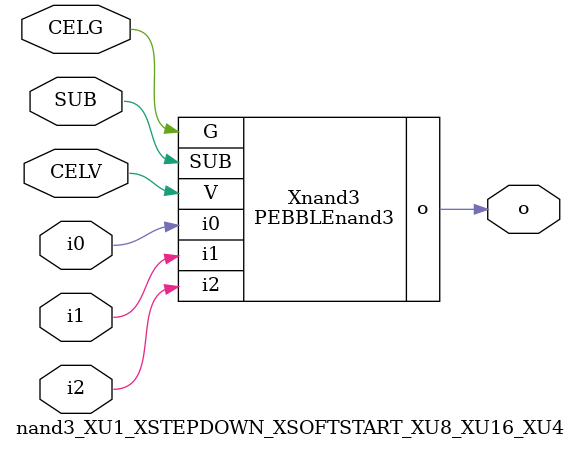
<source format=v>



module PEBBLEnand3 ( o, G, SUB, V, i0, i1, i2 );

  input i0;
  input V;
  input i2;
  input i1;
  input G;
  output o;
  input SUB;
endmodule

//Celera Confidential Do Not Copy nand3_XU1_XSTEPDOWN_XSOFTSTART_XU8_XU16_XU4
//Celera Confidential Symbol Generator
//5V Inverter
module nand3_XU1_XSTEPDOWN_XSOFTSTART_XU8_XU16_XU4 (CELV,CELG,i0,i1,i2,o,SUB);
input CELV;
input CELG;
input i0;
input i1;
input i2;
input SUB;
output o;

//Celera Confidential Do Not Copy nand3
PEBBLEnand3 Xnand3(
.V (CELV),
.i0 (i0),
.i1 (i1),
.i2 (i2),
.o (o),
.SUB (SUB),
.G (CELG)
);
//,diesize,PEBBLEnand3

//Celera Confidential Do Not Copy Module End
//Celera Schematic Generator
endmodule

</source>
